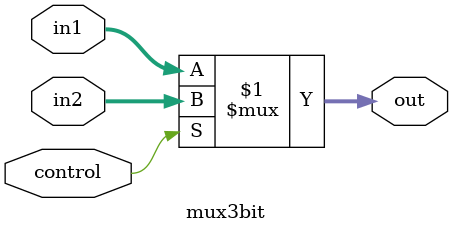
<source format=v>
module mux3bit (in1, in2, control, out);
  input[2:0] in1,in2;
  output[2:0] out;
  input control;
  assign out = (control) ? in2 : in1;
endmodule

</source>
